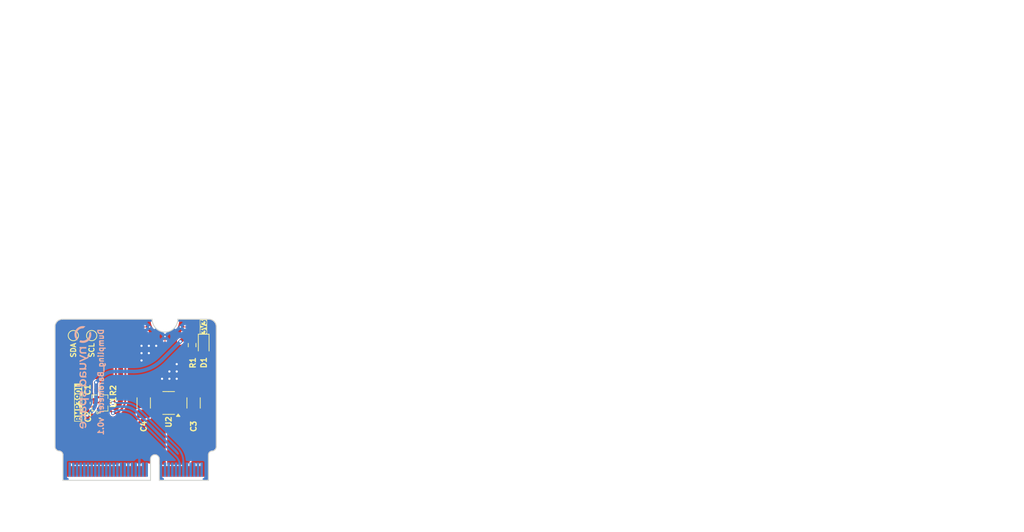
<source format=kicad_pcb>
(kicad_pcb (version 20241229) (generator "pcbnew") (generator_version "9.0")
  (layers (0 "F.Cu" signal "Top") (2 "B.Cu" signal "Bottom") (13 "F.Paste" user) (15 "B.Paste" user) (5 "F.SilkS" user "F.Silkscreen") (7 "B.SilkS" user "B.Silkscreen") (1 "F.Mask" user) (3 "B.Mask" user) (25 "Edge.Cuts" user))
  (net 0 "")
  (net 1 "+3V3")
  (net 2 "GND")
  (net 3 "VIN")
  (net 4 "Net-(D1-A)")
  (net 5 "/SPI_CIPO-LED_CLK")
  (net 6 "/SPI_SCK")
  (net 7 "/AUD_OUT-CAM_MCLK")
  (net 8 "/USBHOST_D+")
  (net 9 "/G11-SWO")
  (net 10 "BMP390L_SDA")
  (net 11 "/BATT_VIN")
  (net 12 "/RTC_3V_BATT")
  (net 13 "BMP390_INT")
  (net 14 "/G0")
  (net 15 "/USB_D+")
  (net 16 "/V_USB")
  (net 17 "/~{SPI_CS}")
  (net 18 "/D1-CAM_TRIG")
  (net 19 "/G5")
  (net 20 "/AUD_MCLK")
  (net 21 "BMP390_CS")
  (net 22 "/G9-CAM_HSYNC")
  (net 23 "/UART_TX2")
  (net 24 "/G10-CAM_VSYNC")
  (net 25 "/AUD_BCLK")
  (net 26 "/SWDIO")
  (net 27 "/PWM1")
  (net 28 "BMP390L_SCL")
  (net 29 "BMP390_MISO")
  (net 30 "/A0")
  (net 31 "/I2C_~{INT}")
  (net 32 "/SWDCK")
  (net 33 "/D0")
  (net 34 "/G4")
  (net 35 "/USB_D-")
  (net 36 "/CAN-RX")
  (net 37 "/I2C_SCL1")
  (net 38 "/G6")
  (net 39 "BMP390_pwr_cyc")
  (net 40 "/SDIO_DATA2")
  (net 41 "/SPI_COPI-LED_DAT")
  (net 42 "/3.3V_EN")
  (net 43 "/UART_CTS1")
  (net 44 "/AUD_LRCLK")
  (net 45 "/PWM0")
  (net 46 "/G7")
  (net 47 "/AUD_IN-CAM_PCLK")
  (net 48 "/CAN-TX")
  (net 49 "/UART_RTS1")
  (net 50 "/I2C_SDA1")
  (net 51 "/SDIO_DATA3-~{SPI_CS1}")
  (net 52 "BMP390_TX")
  (net 53 "/G3")
  (net 54 "BMP390_SCK")
  (net 55 "/A1")
  (net 56 "+5V")
  (net 57 "BMP390_RX")
  (net 58 "/G8")
  (net 59 "BMP390_MOSI")
  (net 60 "/USBHOST_D-")
  (net 61 "/UART_RX2")
  (net 62 "Net-(U1-CSB)")
  (footprint "SparkFun_MicroMod_ESP32:M.2-CARD-E-22" (layer "F.Cu") (at 148.5 114.425)
    (property "Reference" "J1" (hide yes))
    (property "Value" "MICROMOD-2222" (hide yes))
    (fp_line (start 1.9 -21) (end 1 -21) (stroke (width 0.1016)) (layer "F.Cu"))
    (fp_line (start 1.9 -21) (end 1.9 -19.9) (stroke (width 0.1016)) (layer "F.Cu"))
    (fp_line (start 4 -19.7) (end 4 -19) (stroke (width 0.1016)) (layer "F.Cu"))
    (fp_line (start 6.1 -21) (end 6.1 -19.9) (stroke (width 0.1016)) (layer "F.Cu"))
    (fp_line (start 6.1 -21) (end 7 -21) (stroke (width 0.1016)) (layer "F.Cu"))
    (fp_poly (pts (xy 1.25 -21.75) (xy 2.05 -21.75) (xy 2.08842 -21.461827) (xy 2.171447 -21.183213) (xy 2.297037 -20.921017) (xy 2.462097 -20.681696) (xy 2.662563 -20.471142) (xy 2.893499 -20.29454) (xy 3.149218 -20.156239) (xy 3.423424 -20.059644) (xy 4 -20) (xy 4.290635 -20.007133) (xy 4.576576 -20.059644) (xy 4.850782 -20.156239) (xy 5.106501 -20.29454) (xy 5.337437 -20.471142) (xy 5.537903 -20.681696) (xy 5.702963 -20.921017) (xy 5.828553 -21.183213) (xy 5.95 -21.75) (xy 6.75 -21.75) (xy 6.686952 -21.386065) (xy 6.576451 -21.033626) (xy 6.420427 -20.698842) (xy 6.221608 -20.387564) (xy 5.983467 -20.10523) (xy 5.710166 -19.856774) (xy 5.40648 -19.646539) (xy 5.077718 -19.478197) (xy 4.729623 -19.354691) (xy 4.368279 -19.27818) (xy 4 -19.25) (xy 3.630811 -19.275627) (xy 3.268334 -19.35024) (xy 2.919037 -19.472506) (xy 2.589157 -19.640244) (xy 2.284581 -19.85046) (xy 2.010746 -20.099401) (xy 1.77254 -20.382623) (xy 1.574215 -20.695072) (xy 1.419311 -21.031169)) (fill yes) (layer "F.Cu"))
    (pad "1" smd rect (at 9.25 -1.275 180) (size 0.35 1.45) (layers "F.Cu" "F.Mask") (net 2 "GND"))
    (pad "2" smd rect (at 9 -1.525) (size 0.35 1.95) (layers "B.Cu" "B.Mask") (net 1 "+3V3"))
    (pad "3" smd rect (at 8.75 -1.275 180) (size 0.35 1.45) (layers "F.Cu" "F.Mask") (net 15 "/USB_D+"))
    (pad "4" smd rect (at 8.5 -1.525) (size 0.35 1.95) (layers "B.Cu" "B.Mask") (net 42 "/3.3V_EN"))
    (pad "5" smd rect (at 8.25 -1.275 180) (size 0.35 1.45) (layers "F.Cu" "F.Mask") (net 35 "/USB_D-"))
    (pad "6" smd rect (at 8 -1.525) (size 0.35 1.95) (layers "B.Cu" "B.Mask") (net 56 "+5V"))
    (pad "7" smd rect (at 7.75 -1.275 180) (size 0.35 1.45) (layers "F.Cu" "F.Mask") (net 2 "GND"))
    (pad "8" smd rect (at 7.5 -1.525) (size 0.35 1.95) (layers "B.Cu" "B.Mask") (net 9 "/G11-SWO"))
    (pad "9" smd rect (at 7.25 -1.275 180) (size 0.35 1.45) (layers "F.Cu" "F.Mask") (net 16 "/V_USB"))
    (pad "10" smd rect (at 7 -1.525) (size 0.35 1.95) (layers "B.Cu" "B.Mask") (net 33 "/D0"))
    (pad "11" smd rect (at 6.75 -1.275 180) (size 0.35 1.45) (layers "F.Cu" "F.Mask") (net 3 "VIN"))
    (pad "12" smd rect (at 6.5 -1.525) (size 0.35 1.95) (layers "B.Cu" "B.Mask") (net 10 "BMP390L_SDA"))
    (pad "13" smd rect (at 6.25 -1.275 180) (size 0.35 1.45) (layers "F.Cu" "F.Mask") (net 49 "/UART_RTS1"))
    (pad "14" smd rect (at 6 -1.525) (size 0.35 1.95) (layers "B.Cu" "B.Mask") (net 28 "BMP390L_SCL"))
    (pad "15" smd rect (at 5.75 -1.275 180) (size 0.35 1.45) (layers "F.Cu" "F.Mask") (net 43 "/UART_CTS1"))
    (pad "16" smd rect (at 5.5 -1.525) (size 0.35 1.95) (layers "B.Cu" "B.Mask") (net 31 "/I2C_~{INT}"))
    (pad "17" smd rect (at 5.25 -1.275 180) (size 0.35 1.45) (layers "F.Cu" "F.Mask") (net 52 "BMP390_TX"))
    (pad "18" smd rect (at 5 -1.525) (size 0.35 1.95) (layers "B.Cu" "B.Mask") (net 18 "/D1-CAM_TRIG"))
    (pad "19" smd rect (at 4.75 -1.275 180) (size 0.35 1.45) (layers "F.Cu" "F.Mask") (net 57 "BMP390_RX"))
    (pad "20" smd rect (at 4.5 -1.525) (size 0.35 1.95) (layers "B.Cu" "B.Mask") (net 61 "/UART_RX2"))
    (pad "21" smd rect (at 4.25 -1.275 180) (size 0.35 1.45) (layers "F.Cu" "F.Mask") (net 32 "/SWDCK"))
    (pad "22" smd rect (at 4 -1.525) (size 0.35 1.95) (layers "B.Cu" "B.Mask") (net 23 "/UART_TX2"))
    (pad "23" smd rect (at 3.75 -1.275 180) (size 0.35 1.45) (layers "F.Cu" "F.Mask") (net 26 "/SWDIO"))
    (pad "32" smd rect (at 1.5 -1.525) (size 0.35 1.95) (layers "B.Cu" "B.Mask") (net 45 "/PWM0"))
    (pad "33" smd rect (at 1.25 -1.275 180) (size 0.35 1.45) (layers "F.Cu" "F.Mask") (net 2 "GND"))
    (pad "34" smd rect (at 1 -1.525) (size 0.35 1.95) (layers "B.Cu" "B.Mask") (net 30 "/A0"))
    (pad "35" smd rect (at 0.75 -1.275 180) (size 0.35 1.45) (layers "F.Cu" "F.Mask") (net 8 "/USBHOST_D+"))
    (pad "36" smd rect (at 0.5 -1.525) (size 0.35 1.95) (layers "B.Cu" "B.Mask") (net 2 "GND"))
    (pad "37" smd rect (at 0.25 -1.275 180) (size 0.35 1.45) (layers "F.Cu" "F.Mask") (net 60 "/USBHOST_D-"))
    (pad "38" smd rect (at 0 -1.525) (size 0.35 1.95) (layers "B.Cu" "B.Mask") (net 55 "/A1"))
    (pad "39" smd rect (at -0.25 -1.275 180) (size 0.35 1.45) (layers "F.Cu" "F.Mask") (net 2 "GND"))
    (pad "40" smd rect (at -0.5 -1.525) (size 0.35 1.95) (layers "B.Cu" "B.Mask") (net 14 "/G0"))
    (pad "41" smd rect (at -0.75 -1.275 180) (size 0.35 1.45) (layers "F.Cu" "F.Mask") (net 36 "/CAN-RX"))
    (pad "42" smd rect (at -1 -1.525) (size 0.35 1.95) (layers "B.Cu" "B.Mask") (net 39 "BMP390_pwr_cyc"))
    (pad "43" smd rect (at -1.25 -1.275 180) (size 0.35 1.45) (layers "F.Cu" "F.Mask") (net 48 "/CAN-TX"))
    (pad "44" smd rect (at -1.5 -1.525) (size 0.35 1.95) (layers "B.Cu" "B.Mask") (net 13 "BMP390_INT"))
    (pad "45" smd rect (at -1.75 -1.275 180) (size 0.35 1.45) (layers "F.Cu" "F.Mask") (net 2 "GND"))
    (pad "46" smd rect (at -2 -1.525) (size 0.35 1.95) (layers "B.Cu" "B.Mask") (net 53 "/G3"))
    (pad "47" smd rect (at -2.25 -1.275 180) (size 0.35 1.45) (layers "F.Cu" "F.Mask") (net 27 "/PWM1"))
    (pad "48" smd rect (at -2.5 -1.525) (size 0.35 1.95) (layers "B.Cu" "B.Mask") (net 34 "/G4"))
    (pad "49" smd rect (at -2.75 -1.275 180) (size 0.35 1.45) (layers "F.Cu" "F.Mask") (net 11 "/BATT_VIN"))
    (pad "50" smd rect (at -3 -1.525) (size 0.35 1.95) (layers "B.Cu" "B.Mask") (net 25 "/AUD_BCLK"))
    (pad "51" smd rect (at -3.25 -1.275 180) (size 0.35 1.45) (layers "F.Cu" "F.Mask") (net 50 "/I2C_SDA1"))
    (pad "52" smd rect (at -3.5 -1.525) (size 0.35 1.95) (layers "B.Cu" "B.Mask") (net 44 "/AUD_LRCLK"))
    (pad "53" smd rect (at -3.75 -1.275 180) (size 0.35 1.45) (layers "F.Cu" "F.Mask") (net 37 "/I2C_SCL1"))
    (pad "54" smd rect (at -4 -1.525) (size 0.35 1.95) (layers "B.Cu" "B.Mask") (net 47 "/AUD_IN-CAM_PCLK"))
    (pad "55" smd rect (at -4.25 -1.275 180) (size 0.35 1.45) (layers "F.Cu" "F.Mask") (net 17 "/~{SPI_CS}"))
    (pad "56" smd rect (at -4.5 -1.525) (size 0.35 1.95) (layers "B.Cu" "B.Mask") (net 7 "/AUD_OUT-CAM_MCLK"))
    (pad "57" smd rect (at -4.75 -1.275 180) (size 0.35 1.45) (layers "F.Cu" "F.Mask") (net 6 "/SPI_SCK"))
    (pad "58" smd rect (at -5 -1.525) (size 0.35 1.95) (layers "B.Cu" "B.Mask") (net 20 "/AUD_MCLK"))
    (pad "59" smd rect (at -5.25 -1.275 180) (size 0.35 1.45) (layers "F.Cu" "F.Mask") (net 41 "/SPI_COPI-LED_DAT"))
    (pad "60" smd rect (at -5.5 -1.525) (size 0.35 1.95) (layers "B.Cu" "B.Mask") (net 59 "BMP390_MOSI"))
    (pad "61" smd rect (at -5.75 -1.275 180) (size 0.35 1.45) (layers "F.Cu" "F.Mask") (net 5 "/SPI_CIPO-LED_CLK"))
    (pad "62" smd rect (at -6 -1.525) (size 0.35 1.95) (layers "B.Cu" "B.Mask") (net 29 "BMP390_MISO"))
    (pad "63" smd rect (at -6.25 -1.275 180) (size 0.35 1.45) (layers "F.Cu" "F.Mask") (net 24 "/G10-CAM_VSYNC"))
    (pad "64" smd rect (at -6.5 -1.525) (size 0.35 1.95) (layers "B.Cu" "B.Mask") (net 54 "BMP390_SCK"))
    (pad "65" smd rect (at -6.75 -1.275 180) (size 0.35 1.45) (layers "F.Cu" "F.Mask") (net 22 "/G9-CAM_HSYNC"))
    (pad "66" smd rect (at -7 -1.525) (size 0.35 1.95) (layers "B.Cu" "B.Mask") (net 21 "BMP390_CS"))
    (pad "67" smd rect (at -7.25 -1.275 180) (size 0.35 1.45) (layers "F.Cu" "F.Mask") (net 58 "/G8"))
    (pad "68" smd rect (at -7.5 -1.525) (size 0.35 1.95) (layers "B.Cu" "B.Mask") (net 40 "/SDIO_DATA2"))
    (pad "69" smd rect (at -7.75 -1.275 180) (size 0.35 1.45) (layers "F.Cu" "F.Mask") (net 46 "/G7"))
    (pad "70" smd rect (at -8 -1.525) (size 0.35 1.95) (layers "B.Cu" "B.Mask") (net 51 "/SDIO_DATA3-~{SPI_CS1}"))
    (pad "71" smd rect (at -8.25 -1.275 180) (size 0.35 1.45) (layers "F.Cu" "F.Mask") (net 38 "/G6"))
    (pad "72" smd rect (at -8.5 -1.525) (size 0.35 1.95) (layers "B.Cu" "B.Mask") (net 12 "/RTC_3V_BATT"))
    (pad "73" smd rect (at -8.75 -1.275 180) (size 0.35 1.45) (layers "F.Cu" "F.Mask") (net 19 "/G5"))
    (pad "74" smd rect (at -9 -1.525) (size 0.35 1.95) (layers "B.Cu" "B.Mask") (net 1 "+3V3"))
    (pad "75" smd rect (at -9.25 -1.275 180) (size 0.35 1.45) (layers "F.Cu" "F.Mask") (net 2 "GND"))
    (pad "GND1" thru_hole circle (at 1.9 -21) (size 0.454 0.454) (drill 0.2) (layers "*.Cu" "*.Mask") (net 2 "GND"))
    (pad "GND2" thru_hole circle (at 4 -19.7) (size 0.454 0.454) (drill 0.2) (layers "*.Cu" "*.Mask") (net 2 "GND"))
    (pad "GND3" thru_hole circle (at 6.1 -21) (size 0.454 0.454) (drill 0.2) (layers "*.Cu" "*.Mask") (net 2 "GND"))
  )
  (footprint "SparkFun_MicroMod_ESP32:ORDERING_INSTRUCTIONS" (layer "F.Cu") (at 167.9811 62.1)
    (property "Reference" "LOGO1" (hide yes))
    (property "Value" "SPECIAL_INSTRUCTIONS-ORDERING")
  )
  (footprint "SparkFun_MicroMod_ESP32:CREATIVE_COMMONS" (layer "F.Cu") (at 184.4 63.75)
    (property "Reference" "FRAME1" (hide yes))
    (property "Value" "FRAME-LEDGER" (hide yes))
  )
  (footprint "TestPoint:TestPoint_Pad_D1.0mm" (layer "F.Cu") (at 142.5 94.6)
    (property "Reference" "SCL" (at 0 2 90) (layer "F.SilkS") (effects (font (size 0.7 0.7))))
    (property "Value" "I2C")
    (pad "1" smd circle (at 0 0) (size 1 1) (layers "F.Cu" "F.Mask") (net 28 "BMP390L_SCL"))
  )
  (footprint "Capacitor_SMD:C_0402_1005Metric" (layer "F.Cu") (at 141.939929 103.800127 90)
    (property "Reference" "C1" (at 1.8 0 90) (layer "F.SilkS") (effects (font (size 0.75 0.75) (thickness 0.175) (bold yes))))
    (property "Value" "100n")
    (pad "1" smd roundrect (at -0.48 0 90) (size 0.56 0.62) (layers "F.Cu" "F.Mask" "F.Paste") (net 1 "+3V3"))
    (pad "2" smd roundrect (at 0.48 0 90) (size 0.56 0.62) (layers "F.Cu" "F.Mask" "F.Paste") (net 2 "GND"))
  )
  (footprint "Resistor_SMD:R_0603_1608Metric" (layer "F.Cu") (at 156.2 95.9 -90)
    (property "Reference" "R1" (at 2.425 -0.1 270) (layer "F.SilkS") (effects (font (size 0.75 0.75) (thickness 0.175) (bold yes))))
    (property "Value" "10k")
    (pad "1" smd roundrect (at -0.825 0 270) (size 0.8 0.95) (layers "F.Cu" "F.Mask" "F.Paste") (net 1 "+3V3"))
    (pad "2" smd roundrect (at 0.825 0 270) (size 0.8 0.95) (layers "F.Cu" "F.Mask" "F.Paste") (net 4 "Net-(D1-A)"))
  )
  (footprint "Capacitor_SMD:C_0402_1005Metric" (layer "F.Cu") (at 143.6 105.5)
    (property "Reference" "C2" (at -1.6 0.2 90) (layer "F.SilkS") (effects (font (size 0.75 0.75) (thickness 0.175) (bold yes))))
    (property "Value" "100n")
    (pad "1" smd roundrect (at -0.48 0) (size 0.56 0.62) (layers "F.Cu" "F.Mask" "F.Paste") (net 1 "+3V3"))
    (pad "2" smd roundrect (at 0.48 0) (size 0.56 0.62) (layers "F.Cu" "F.Mask" "F.Paste") (net 2 "GND"))
  )
  (footprint "Resistor_SMD:R_0402_1005Metric" (layer "F.Cu") (at 143.639929 102.100127 180)
    (property "Reference" "R2" (at -1.8 0 90) (layer "F.SilkS") (effects (font (size 0.75 0.75) (thickness 0.175) (bold yes))))
    (property "Value" "10k")
    (pad "1" smd roundrect (at -0.51 0 180) (size 0.54 0.64) (layers "F.Cu" "F.Mask" "F.Paste") (net 62 "Net-(U1-CSB)"))
    (pad "2" smd roundrect (at 0.51 0 180) (size 0.54 0.64) (layers "F.Cu" "F.Mask" "F.Paste") (net 1 "+3V3"))
  )
  (footprint "Capacitor_SMD:C_1206_3216Metric" (layer "F.Cu") (at 156.4 103.8 90)
    (property "Reference" "C3" (at -3.2 0 90) (layer "F.SilkS") (effects (font (size 0.75 0.75) (thickness 0.175) (bold yes))))
    (property "Value" "10u")
    (pad "1" smd roundrect (at -1.475 0 90) (size 1.15 1.8) (layers "F.Cu" "F.Mask" "F.Paste") (roundrect_rratio 0.217391) (net 3 "VIN"))
    (pad "2" smd roundrect (at 1.475 0 90) (size 1.15 1.8) (layers "F.Cu" "F.Mask" "F.Paste") (roundrect_rratio 0.217391) (net 2 "GND"))
  )
  (footprint "BMP390L:LGA-10_L2.0-W2.0-P0.50-TL_BMP390L" (layer "F.Cu") (at 143.619888 103.800051 90)
    (property "Reference" "U1" (at 0.099924 1.820041 90) (layer "F.SilkS") (effects (font (size 0.75 0.75) (thickness 0.175) (bold yes))))
    (property "Value" "BMP390L")
    (pad "1" smd rect (at -0.779985 -0.24986 180) (size 0.3 0.3) (layers "F.Cu" "F.Mask" "F.Paste") (net 1 "+3V3"))
    (pad "2" smd rect (at -0.779985 0.250013 180) (size 0.3 0.3) (layers "F.Cu" "F.Mask" "F.Paste") (net 28 "BMP390L_SCL"))
    (pad "3" smd rect (at -0.500076 0.780112 180) (size 0.3 0.3) (layers "F.Cu" "F.Mask" "F.Paste") (net 2 "GND"))
    (pad "4" smd rect (at 0.000051 0.780112 180) (size 0.3 0.3) (layers "F.Cu" "F.Mask" "F.Paste") (net 10 "BMP390L_SDA"))
    (pad "5" smd rect (at 0.499924 0.780112 180) (size 0.3 0.3) (layers "F.Cu" "F.Mask" "F.Paste") (net 2 "GND"))
    (pad "6" smd rect (at 0.780086 0.250013 180) (size 0.3 0.3) (layers "F.Cu" "F.Mask" "F.Paste") (net 62 "Net-(U1-CSB)"))
    (pad "7" smd rect (at 0.780086 -0.24986 180) (size 0.3 0.3) (layers "F.Cu" "F.Mask" "F.Paste") (net 13 "BMP390_INT"))
    (pad "8" smd rect (at 0.499924 -0.779959 180) (size 0.3 0.3) (layers "F.Cu" "F.Mask" "F.Paste") (net 2 "GND"))
    (pad "9" smd rect (at 0.000051 -0.779959 180) (size 0.3 0.3) (layers "F.Cu" "F.Mask" "F.Paste") (net 2 "GND"))
    (pad "10" smd rect (at -0.500076 -0.779959 180) (size 0.3 0.3) (layers "F.Cu" "F.Mask" "F.Paste") (net 1 "+3V3"))
  )
  (footprint "TestPoint:TestPoint_Pad_D1.0mm" (layer "F.Cu") (at 140 94.6)
    (property "Reference" "SDA" (at 0 2 90) (layer "F.SilkS") (effects (font (size 0.7 0.7))))
    (property "Value" "I2C")
    (pad "1" smd circle (at 0 0) (size 1 1) (layers "F.Cu" "F.Mask") (net 10 "BMP390L_SDA"))
  )
  (footprint "Package_TO_SOT_SMD:SOT-23-5" (layer "F.Cu") (at 153 103.8 180)
    (property "Reference" "U2" (at 0 -2.6 90) (layer "F.SilkS") (effects (font (size 0.75 0.75) (thickness 0.175) (bold yes))))
    (property "Value" "AP2112K-3.3")
    (pad "1" smd roundrect (at -1.1375 -0.95 180) (size 1.325 0.6) (layers "F.Cu" "F.Mask" "F.Paste") (net 3 "VIN"))
    (pad "2" smd roundrect (at -1.1375 0 180) (size 1.325 0.6) (layers "F.Cu" "F.Mask" "F.Paste") (net 2 "GND"))
    (pad "3" smd roundrect (at -1.1375 0.95 180) (size 1.325 0.6) (layers "F.Cu" "F.Mask" "F.Paste") (net 3 "VIN"))
    (pad "4" smd roundrect (at 1.1375 0.95 180) (size 1.325 0.6) (layers "F.Cu" "F.Mask" "F.Paste"))
    (pad "5" smd roundrect (at 1.1375 -0.95 180) (size 1.325 0.6) (layers "F.Cu" "F.Mask" "F.Paste") (net 1 "+3V3"))
  )
  (footprint "Capacitor_SMD:C_1206_3216Metric" (layer "F.Cu") (at 149.6 103.8 90)
    (property "Reference" "C4" (at -3.2 0 90) (layer "F.SilkS") (effects (font (size 0.75 0.75) (thickness 0.175) (bold yes))))
    (property "Value" "10u")
    (pad "1" smd roundrect (at -1.475 0 90) (size 1.15 1.8) (layers "F.Cu" "F.Mask" "F.Paste") (roundrect_rratio 0.217391) (net 1 "+3V3"))
    (pad "2" smd roundrect (at 1.475 0 90) (size 1.15 1.8) (layers "F.Cu" "F.Mask" "F.Paste") (roundrect_rratio 0.217391) (net 2 "GND"))
  )
  (footprint "LED_SMD:LED_0603_1608Metric" (layer "F.Cu") (at 157.78 95.9 -90)
    (property "Reference" "D1" (at 2.4 -0.02 90) (layer "F.SilkS") (effects (font (size 0.75 0.75) (thickness 0.175) (bold yes))))
    (property "Value" "LED")
    (pad "1" smd roundrect (at -0.7875 0 270) (size 0.875 0.95) (layers "F.Cu" "F.Mask" "F.Paste") (net 2 "GND"))
    (pad "2" smd roundrect (at 0.7875 0 270) (size 0.875 0.95) (layers "F.Cu" "F.Mask" "F.Paste") (net 4 "Net-(D1-A)"))
  )
  (footprint "LOGO" (layer "B.Cu") (at 141.3 100.3 -90)
    (property "Reference" "G***" (hide yes))
    (property "Value" "LOGO" (hide yes))
  )
  (gr_line (start 158.4261 114.365617) (end 151.7261 114.365617) (stroke (width 0.127)) (layer "Edge.Cuts"))
  (gr_line (start 150.5261 111.465617) (end 150.5261 114.365617) (stroke (width 0.127)) (layer "Edge.Cuts"))
  (gr_line (start 138.5761 114.365617) (end 138.5761 110.865617) (stroke (width 0.127)) (layer "Edge.Cuts"))
  (gr_arc (start 138.1011 110.365617) (mid 138.434341 110.524663) (end 138.5761 110.865618) (stroke (width 0.127)) (layer "Edge.Cuts"))
  (gr_arc (start 137.5011 93.365617) (mid 137.8011 92.665618) (end 138.501099 92.365618) (stroke (width 0.127)) (layer "Edge.Cuts"))
  (gr_arc (start 159.501099 109.765618) (mid 159.320461 110.184979) (end 158.9011 110.365617) (stroke (width 0.127)) (layer "Edge.Cuts"))
  (gr_line (start 137.5011 93.365617) (end 137.5011 109.765617) (stroke (width 0.127)) (layer "Edge.Cuts"))
  (gr_line (start 159.5011 93.365617) (end 159.5011 109.765617) (stroke (width 0.127)) (layer "Edge.Cuts"))
  (gr_arc (start 154.2511 92.365617) (mid 152.5011 94.115617) (end 150.7511 92.365617) (stroke (width 0.127)) (layer "Edge.Cuts"))
  (gr_arc (start 158.4261 110.865617) (mid 158.566444 110.523319) (end 158.9011 110.365617) (stroke (width 0.127)) (layer "Edge.Cuts"))
  (gr_arc (start 150.5261 111.465617) (mid 151.1261 110.865617) (end 151.7261 111.465617) (stroke (width 0.127)) (layer "Edge.Cuts"))
  (gr_line (start 158.4261 110.865617) (end 158.4261 114.365617) (stroke (width 0.127)) (layer "Edge.Cuts"))
  (gr_line (start 150.7511 92.365617) (end 138.5011 92.365617) (stroke (width 0.127)) (layer "Edge.Cuts"))
  (gr_line (start 151.7261 111.465617) (end 151.7261 114.365617) (stroke (width 0.127)) (layer "Edge.Cuts"))
  (gr_arc (start 138.101098 110.365617) (mid 137.681737 110.184978) (end 137.5011 109.765617) (stroke (width 0.127)) (layer "Edge.Cuts"))
  (gr_line (start 158.5011 92.365617) (end 154.2511 92.365617) (stroke (width 0.127)) (layer "Edge.Cuts"))
  (gr_arc (start 158.5011 92.365617) (mid 159.2011 92.665617) (end 159.5011 93.365617) (stroke (width 0.127)) (layer "Edge.Cuts"))
  (gr_line (start 138.5761 114.365617) (end 150.5261 114.365617) (stroke (width 0.127)) (layer "Edge.Cuts"))
  (gr_text "3V3" (at 157.78 93.4 90) (layer "F.SilkS" knockout) (effects (font (size 0.7 0.7) (thickness 0.15) (bold yes))))
  (gr_text "BMP390L" (at 140.7 103.8 90) (layer "F.SilkS" knockout) (effects (font (size 0.75 0.75) (thickness 0.175) (bold yes))))
  (gr_text "Dumpling_Barometer v0.1" (at 144.2 93.6 90) (layer "B.SilkS") (effects (font (size 0.75 0.75) (thickness 0.175) (bold yes)) (justify left bottom mirror)))
  (segment (start 141.9 105.5) (end 142.943203 105.5) (width 0.5) (layer "F.Cu") (net 1))
  (segment (start 141.9 105.5) (end 141.9 105.7) (width 0.5) (layer "F.Cu") (net 1))
  (segment (start 154.7375 95.2625) (end 154.6 95.4) (width 0.5) (layer "F.Cu") (net 1))
  (segment (start 141.920056 105.465762) (end 141.920056 104.314052) (width 0.5) (layer "F.Cu") (net 1))
  (segment (start 143.436396 106.8) (end 148.234314 106.8) (width 0.5) (layer "F.Cu") (net 1))
  (segment (start 141.974071 104.300127) (end 142.825786 104.300127) (width 0.25) (layer "F.Cu") (net 1))
  (segment (start 149.199999 106.399999) (end 149.343673 106.256326) (width 0.5) (layer "F.Cu") (net 1))
  (segment (start 155.069454 95.125) (end 156.2 95.125) (width 0.5) (layer "F.Cu") (net 1))
  (segment (start 141.949865 104.290063) (end 141.949929 104.290127) (width 0.25) (layer "F.Cu") (net 1))
  (segment (start 149.9625 105.275) (end 150.966268 105.275) (width 0.75) (layer "F.Cu") (net 1))
  (segment (start 143.1 101) (end 143.114964 101.014964) (width 0.5) (layer "F.Cu") (net 1))
  (segment (start 143.129929 101.051091) (end 143.129929 102.100127) (width 0.5) (layer "F.Cu") (net 1))
  (segment (start 143.370028 105.073175) (end 143.370028 104.580036) (width 0.25) (layer "F.Cu") (net 1))
  (segment (start 151.6 105.0125) (end 151.8625 104.75) (width 0.75) (layer "F.Cu") (net 1))
  (segment (start 142.35 106.35) (end 142.041421 106.041421) (width 0.5) (layer "F.Cu") (net 1))
  (segment (start 141.9 105.5) (end 141.910028 105.489972) (width 0.5) (layer "F.Cu") (net 1))
  (segment (start 142.829929 104.290127) (end 142.819929 104.280127) (width 0.25) (layer "F.Cu") (net 1))
  (via (at 154.6 95.4) (size 0.5) (drill 0.3) (layers "F.Cu" "B.Cu") (net 1))
  (via (at 143.1 101) (size 0.5) (drill 0.3) (layers "F.Cu" "B.Cu") (net 1))
  (via (at 141.9 105.5) (size 0.5) (drill 0.3) (layers "F.Cu" "B.Cu") (net 1))
  (arc (start 151.6 105.0125) (mid 151.309241 105.206778) (end 150.966268 105.275) (width 0.75) (layer "F.Cu") (net 1))
  (arc (start 141.974071 104.300127) (mid 141.961005 104.297528) (end 141.949929 104.290127) (width 0.25) (layer "F.Cu") (net 1))
  (arc (start 149.199999 106.399999) (mid 148.756939 106.696043) (end 148.234314 106.8) (width 0.5) (layer "F.Cu") (net 1))
  (arc (start 155.069454 95.125) (mid 154.889801 95.160735) (end 154.7375 95.2625) (width 0.5) (layer "F.Cu") (net 1))
  (arc (start 141.949865 104.290063) (mid 141.939928 104.285947) (end 141.929992 104.290063) (width 0.25) (layer "F.Cu") (net 1))
  (arc (start 149.343673 106.256326) (mid 149.533382 105.972406) (end 149.6 105.6375) (width 0.5) (layer "F.Cu") (net 1))
  (arc (start 142.35 106.35) (mid 142.848442 106.683048) (end 143.436396 106.8) (width 0.5) (layer "F.Cu") (net 1))
  (arc (start 149.9625 105.275) (mid 149.706173 105.381173) (end 149.6 105.6375) (width 0.75) (layer "F.Cu") (net 1))
  (arc (start 143.129929 101.051091) (mid 143.126039 101.031539) (end 143.114964 101.014964) (width 0.5) (layer "F.Cu") (net 1))
  (arc (start 142.829929 104.290127) (mid 142.831198 104.29651) (end 142.825786 104.300127) (width 0.25) (layer "F.Cu") (net 1))
  (arc (start 141.9 105.7) (mid 141.936754 105.884775) (end 142.041421 106.041421) (width 0.5) (layer "F.Cu") (net 1))
  (arc (start 141.920056 104.314052) (mid 141.922638 104.301069) (end 141.929992 104.290063) (width 0.5) (layer "F.Cu") (net 1))
  (arc (start 141.920056 105.465762) (mid 141.917449 105.478864) (end 141.910028 105.489972) (width 0.5) (layer "F.Cu") (net 1))
  (arc (start 142.943203 105.5) (mid 143.106542 105.467509) (end 143.245014 105.374986) (width 0.25) (layer "F.Cu") (net 1))
  (arc (start 143.245014 105.374986) (mid 143.337537 105.236514) (end 143.370028 105.073175) (width 0.25) (layer "F.Cu") (net 1))
  (segment (start 152.093792 97.906207) (end 154.6 95.4) (width 0.5) (layer "B.Cu") (net 1))
  (segment (start 142.5 104.9) (end 141.9 105.5) (width 0.5) (layer "B.Cu") (net 1))
  (segment (start 143.1 103.451471) (end 143.1 101) (width 0.5) (layer "B.Cu") (net 1))
  (segment (start 143.1 101) (end 143.85 100.25) (width 0.5) (layer "B.Cu") (net 1))
  (segment (start 148.246036 99.5) (end 145.66066 99.5) (width 0.5) (layer "B.Cu") (net 1))
  (arc (start 145.66066 99.5) (mid 144.680737 99.694918) (end 143.85 100.25) (width 0.5) (layer "B.Cu") (net 1))
  (arc (start 148.246036 99.5) (mid 150.328426 99.085786) (end 152.093792 97.906207) (width 0.5) (layer "B.Cu") (net 1))
  (arc (start 143.1 103.451471) (mid 142.944065 104.235409) (end 142.5 104.9) (width 0.5) (layer "B.Cu") (net 1))
  (segment (start 154.53125 103.8) (end 154.1375 103.8) (width 0.75) (layer "F.Cu") (net 2))
  (segment (start 142.805786 103.320127) (end 141.939929 103.320127) (width 0.25) (layer "F.Cu") (net 2))
  (segment (start 142.839929 103.314269) (end 142.839929 103.8) (width 0.25) (layer "F.Cu") (net 2))
  (segment (start 155.203423 103.521576) (end 156.4 102.325) (width 0.75) (layer "F.Cu") (net 2))
  (via (at 151.3 96) (size 0.7) (drill 0.3) (layers "F.Cu" "B.Cu") (net 2))
  (via (at 149.3 96) (size 0.7) (drill 0.3) (layers "F.Cu" "B.Cu") (net 2))
  (via (at 154.1 100.5) (size 0.7) (drill 0.3) (layers "F.Cu" "B.Cu") (net 2))
  (via (at 154.1 98.5) (size 0.7) (drill 0.3) (layers "F.Cu" "B.Cu") (net 2))
  (via (at 149.3 97) (size 0.7) (drill 0.3) (layers "F.Cu" "B.Cu") (net 2))
  (via (at 149.3 98) (size 0.7) (drill 0.3) (layers "F.Cu" "B.Cu") (net 2))
  (via (at 153.1 100.5) (size 0.7) (drill 0.3) (layers "F.Cu" "B.Cu") (net 2))
  (via (at 154.1 99.5) (size 0.7) (drill 0.3) (layers "F.Cu" "B.Cu") (net 2))
  (via (at 152.1 100.5) (size 0.7) (drill 0.3) (layers "F.Cu" "B.Cu") (net 2))
  (via (at 150.3 97) (size 0.7) (drill 0.3) (layers "F.Cu" "B.Cu") (net 2))
  (via (at 150.3 96) (size 0.7) (drill 0.3) (layers "F.Cu" "B.Cu") (net 2))
  (via (at 153.1 99.5) (size 0.7) (drill 0.3) (layers "F.Cu" "B.Cu") (net 2))
  (arc (start 142.829929 103.310127) (mid 142.836312 103.308857) (end 142.839929 103.314269) (width 0.25) (layer "F.Cu") (net 2))
  (arc (start 142.805786 103.320127) (mid 142.818852 103.317528) (end 142.829929 103.310127) (width 0.25) (layer "F.Cu") (net 2))
  (arc (start 155.203423 103.521576) (mid 154.895027 103.727639) (end 154.53125 103.8) (width 0.75) (layer "F.Cu") (net 2))
  (segment (start 156.1375 105.0125) (end 156.4 105.275) (width 0.75) (layer "F.Cu") (net 3))
  (segment (start 153.678125 104.75) (end 153.55 104.75) (width 0.25) (layer "F.Cu") (net 3))
  (segment (start 155.503768 104.75) (end 154.799998 104.75) (width 0.75) (layer "F.Cu") (net 3))
  (segment (start 154.137499 104.75) (end 153.934375 104.75) (width 0.75) (layer "F.Cu") (net 3))
  (segment (start 154.799998 104.75) (end 154.137499 104.75) (width 0.75) (layer "F.Cu") (net 3))
  (segment (start 153.934375 104.75) (end 153.678125 104.75) (width 0.75) (layer "F.Cu") (net 3))
  (arc (start 155.503768 104.75) (mid 155.846741 104.818221) (end 156.1375 105.0125) (width 0.75) (layer "F.Cu") (net 3))
  (segment (start 157.77375 96.68125) (end 157.78 96.6875) (width 0.5) (layer "F.Cu") (net 4))
  (segment (start 157.758661 96.675) (end 156.2 96.675) (width 0.5) (layer "F.Cu") (net 4))
  (arc (start 157.77375 96.68125) (mid 157.766827 96.676624) (end 157.758661 96.675) (width 0.5) (layer "F.Cu") (net 4))
  (segment (start 140.247487 95.547487) (end 140.55 95.85) (width 0.25) (layer "F.Cu") (net 10))
  (segment (start 145.8 103.117157) (end 145.8 96.886195) (width 0.25) (layer "F.Cu") (net 10))
  (segment (start 145.313804 96.4) (end 141.877817 96.4) (width 0.25) (layer "F.Cu") (net 10))
  (segment (start 145.6 103.6) (end 145.4 103.8) (width 0.25) (layer "F.Cu") (net 10))
  (segment (start 145.4 103.8) (end 144.4 103.8) (width 0.25) (layer "F.Cu") (net 10))
  (segment (start 140 94.95) (end 140 94.6) (width 0.25) (layer "F.Cu") (net 10))
  (via (at 145.4 103.8) (size 0.5) (drill 0.3) (layers "F.Cu" "B.Cu") (net 10))
  (arc (start 145.657596 96.542403) (mid 145.76299 96.700136) (end 145.8 96.886195) (width 0.25) (layer "F.Cu") (net 10))
  (arc (start 145.657596 96.542403) (mid 145.499863 96.437009) (end 145.313804 96.4) (width 0.25) (layer "F.Cu") (net 10))
  (arc (start 140.55 95.85) (mid 141.159207 96.257059) (end 141.877817 96.4) (width 0.25) (layer "F.Cu") (net 10))
  (arc (start 145.8 103.117157) (mid 145.748021 103.378469) (end 145.6 103.6) (width 0.25) (layer "F.Cu") (net 10))
  (arc (start 140 94.95) (mid 140.064319 95.273357) (end 140.247487 95.547487) (width 0.25) (layer "F.Cu") (net 10))
  (segment (start 147 103.8) (end 145.4 103.8) (width 0.25) (layer "B.Cu") (net 10))
  (segment (start 154.222182 109.922182) (end 148.877817 104.577817) (width 0.25) (layer "B.Cu") (net 10))
  (segment (start 155 111.8) (end 155 112.9) (width 0.25) (layer "B.Cu") (net 10))
  (arc (start 154.222182 109.922182) (mid 154.797851 110.783732) (end 155 111.8) (width 0.25) (layer "B.Cu") (net 10))
  (arc (start 148.877817 104.577817) (mid 148.016267 104.002148) (end 147 103.8) (width 0.25) (layer "B.Cu") (net 10))
  (segment (start 145.4 105.2) (end 145.188063 104.988063) (width 0.25) (layer "F.Cu") (net 28))
  (segment (start 142.7 94.8) (end 142.5 94.6) (width 0.25) (layer "F.Cu") (net 28))
  (segment (start 143.967946 104.678081) (end 143.869901 104.580036) (width 0.25) (layer "F.Cu") (net 28))
  (segment (start 143.182842 95) (end 145.392893 95) (width 0.25) (layer "F.Cu") (net 28))
  (segment (start 145.4 105.2) (end 145.7 105.2) (width 0.25) (layer "F.Cu") (net 28))
  (segment (start 147.1 96.707106) (end 147.1 103.322182) (width 0.25) (layer "F.Cu") (net 28))
  (segment (start 146.549999 104.649999) (end 146.212132 104.987867) (width 0.25) (layer "F.Cu") (net 28))
  (segment (start 144.204649 104.776127) (end 144.676403 104.776127) (width 0.25) (layer "F.Cu") (net 28))
  (via (at 145.4 105.2) (size 0.5) (drill 0.3) (layers "F.Cu" "B.Cu") (net 28))
  (arc (start 144.204649 104.776127) (mid 144.076546 104.750645) (end 143.967946 104.678081) (width 0.25) (layer "F.Cu") (net 28))
  (arc (start 145.7 105.2) (mid 145.977163 105.144868) (end 146.212132 104.987867) (width 0.25) (layer "F.Cu") (net 28))
  (arc (start 143.182842 95) (mid 142.921529 94.948021) (end 142.7 94.8) (width 0.25) (layer "F.Cu") (net 28))
  (arc (start 146.6 95.5) (mid 146.970054 96.053825) (end 147.1 96.707106) (width 0.25) (layer "F.Cu") (net 28))
  (arc (start 146.549999 104.649999) (mid 146.957059 104.040791) (end 147.1 103.322182) (width 0.25) (layer "F.Cu") (net 28))
  (arc (start 144.676403 104.776127) (mid 144.953311 104.831207) (end 145.188063 104.988063) (width 0.25) (layer "F.Cu") (net 28))
  (arc (start 146.6 95.5) (mid 146.046174 95.129945) (end 145.392893 95) (width 0.25) (layer "F.Cu") (net 28))
  (segment (start 154.5 112.25) (end 154.5 112.9) (width 0.25) (layer "B.Cu") (net 28))
  (segment (start 145.6 105) (end 145.4 105.2) (width 0.25) (layer "B.Cu") (net 28))
  (segment (start 148.371751 105.471751) (end 154.04038 111.14038) (width 0.25) (layer "B.Cu") (net 28))
  (segment (start 146.75 104.8) (end 146.082842 104.8) (width 0.25) (layer "B.Cu") (net 28))
  (arc (start 148.371751 105.471751) (mid 147.627685 104.974582) (end 146.75 104.8) (width 0.25) (layer "B.Cu") (net 28))
  (arc (start 145.6 105) (mid 145.821529 104.851978) (end 146.082842 104.8) (width 0.25) (layer "B.Cu") (net 28))
  (arc (start 154.04038 111.14038) (mid 154.380548 111.649478) (end 154.5 112.25) (width 0.25) (layer "B.Cu") (net 28))
  (segment (start 144.009915 102.879951) (end 143.869901 103.019965) (width 0.25) (layer "F.Cu") (net 62))
  (segment (start 144.149929 102.541927) (end 144.149929 102.100127) (width 0.25) (layer "F.Cu") (net 62))
  (arc (start 144.149929 102.541927) (mid 144.11354 102.724864) (end 144.009915 102.879951) (width 0.25) (layer "F.Cu") (net 62))
  (zone (net 3) (net_name "VIN") (layer "F.Cu") (priority 5) (connect_pads yes (clearance 0.2)) (min_thickness 0.25) (fill yes (thermal_gap 0.5) (thermal_bridge_width 0.5))
    (polygon (pts (xy 152.8 102.4) (xy 157.4 102.4) (xy 157.4 109.353848) (xy 155.2 112.9) (xy 152.8 112.9)))
  )
  (zone (net 2) (net_name "GND") (layers "F.Cu" "B.Cu") (connect_pads (clearance 0.2)) (min_thickness 0.25) (fill yes (thermal_gap 0.5) (thermal_bridge_width 0.5))
    (polygon (pts (xy 136.7 91.9) (xy 160.3 91.9) (xy 160.2 114.9) (xy 136.7 114.9)))
  )
)
</source>
